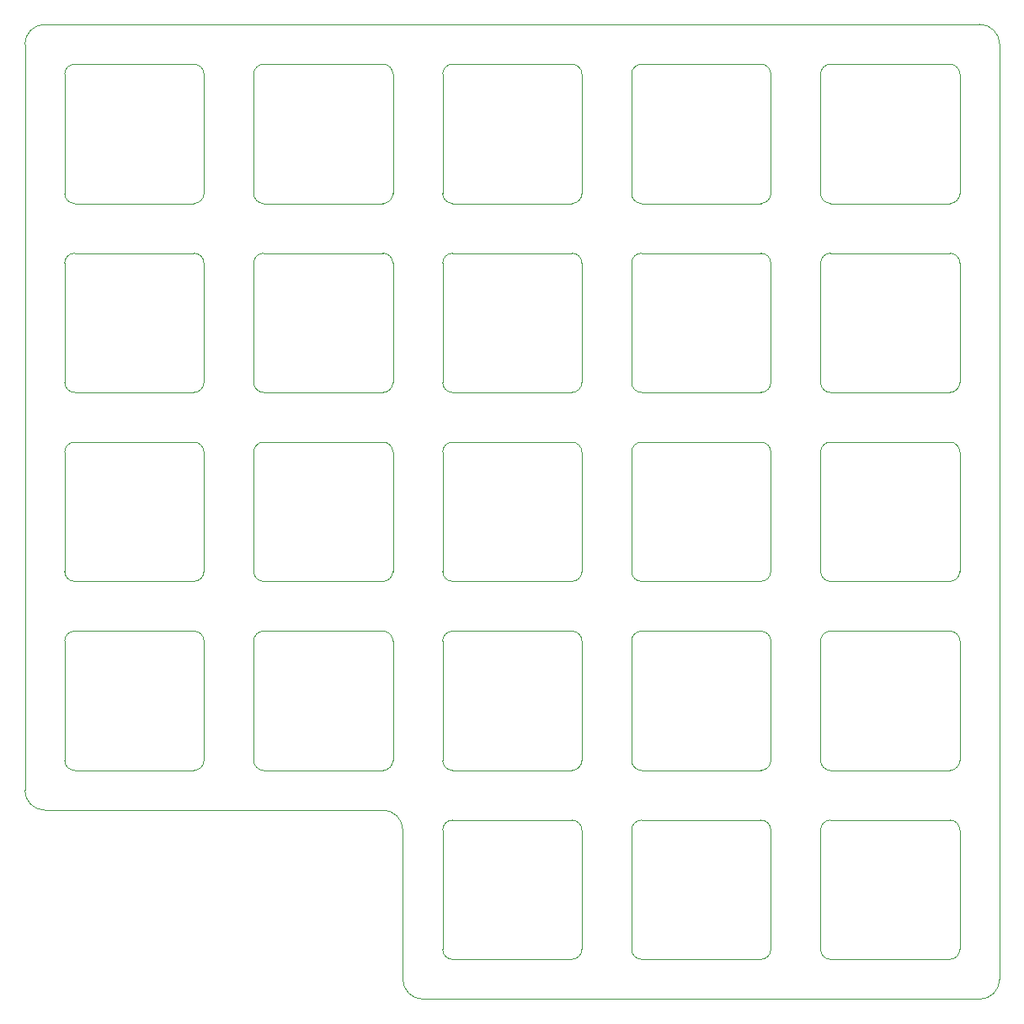
<source format=gbr>
G04 #@! TF.GenerationSoftware,KiCad,Pcbnew,(5.1.10)-1*
G04 #@! TF.CreationDate,2021-08-15T20:32:39-04:00*
G04 #@! TF.ProjectId,plate,706c6174-652e-46b6-9963-61645f706362,rev?*
G04 #@! TF.SameCoordinates,Original*
G04 #@! TF.FileFunction,Profile,NP*
%FSLAX46Y46*%
G04 Gerber Fmt 4.6, Leading zero omitted, Abs format (unit mm)*
G04 Created by KiCad (PCBNEW (5.1.10)-1) date 2021-08-15 20:32:39*
%MOMM*%
%LPD*%
G01*
G04 APERTURE LIST*
G04 #@! TA.AperFunction,Profile*
%ADD10C,0.100000*%
G04 #@! TD*
G04 APERTURE END LIST*
D10*
X80000000Y-122000000D02*
G75*
G02*
X78000000Y-120000000I0J2000000D01*
G01*
X114000000Y-122000000D02*
G75*
G02*
X116000000Y-124000000I0J-2000000D01*
G01*
X118000000Y-141000000D02*
G75*
G02*
X116000000Y-139000000I0J2000000D01*
G01*
X176000000Y-139000000D02*
G75*
G02*
X174000000Y-141000000I-2000000J0D01*
G01*
X174000000Y-43000000D02*
G75*
G02*
X176000000Y-45000000I0J-2000000D01*
G01*
X78000000Y-45000000D02*
G75*
G02*
X80000000Y-43000000I2000000J0D01*
G01*
X159000000Y-137000000D02*
G75*
G02*
X158000000Y-136000000I0J1000000D01*
G01*
X172000000Y-136000000D02*
G75*
G02*
X171000000Y-137000000I-1000000J0D01*
G01*
X171000000Y-137000000D02*
X159000000Y-137000000D01*
X172000000Y-124000000D02*
X172000000Y-136000000D01*
X158000000Y-136000000D02*
X158000000Y-124000000D01*
X158000000Y-124000000D02*
G75*
G02*
X159000000Y-123000000I1000000J0D01*
G01*
X159000000Y-123000000D02*
X171000000Y-123000000D01*
X171000000Y-123000000D02*
G75*
G02*
X172000000Y-124000000I0J-1000000D01*
G01*
X159000000Y-118000000D02*
G75*
G02*
X158000000Y-117000000I0J1000000D01*
G01*
X159000000Y-104000000D02*
X171000000Y-104000000D01*
X171000000Y-118000000D02*
X159000000Y-118000000D01*
X172000000Y-117000000D02*
G75*
G02*
X171000000Y-118000000I-1000000J0D01*
G01*
X158000000Y-105000000D02*
G75*
G02*
X159000000Y-104000000I1000000J0D01*
G01*
X171000000Y-104000000D02*
G75*
G02*
X172000000Y-105000000I0J-1000000D01*
G01*
X158000000Y-117000000D02*
X158000000Y-105000000D01*
X172000000Y-105000000D02*
X172000000Y-117000000D01*
X140000000Y-118000000D02*
G75*
G02*
X139000000Y-117000000I0J1000000D01*
G01*
X140000000Y-104000000D02*
X152000000Y-104000000D01*
X153000000Y-117000000D02*
G75*
G02*
X152000000Y-118000000I-1000000J0D01*
G01*
X139000000Y-105000000D02*
G75*
G02*
X140000000Y-104000000I1000000J0D01*
G01*
X152000000Y-104000000D02*
G75*
G02*
X153000000Y-105000000I0J-1000000D01*
G01*
X139000000Y-117000000D02*
X139000000Y-105000000D01*
X153000000Y-105000000D02*
X153000000Y-117000000D01*
X152000000Y-118000000D02*
X140000000Y-118000000D01*
X140000000Y-137000000D02*
G75*
G02*
X139000000Y-136000000I0J1000000D01*
G01*
X140000000Y-123000000D02*
X152000000Y-123000000D01*
X153000000Y-136000000D02*
G75*
G02*
X152000000Y-137000000I-1000000J0D01*
G01*
X139000000Y-124000000D02*
G75*
G02*
X140000000Y-123000000I1000000J0D01*
G01*
X152000000Y-123000000D02*
G75*
G02*
X153000000Y-124000000I0J-1000000D01*
G01*
X139000000Y-136000000D02*
X139000000Y-124000000D01*
X153000000Y-124000000D02*
X153000000Y-136000000D01*
X152000000Y-137000000D02*
X140000000Y-137000000D01*
X121000000Y-137000000D02*
G75*
G02*
X120000000Y-136000000I0J1000000D01*
G01*
X134000000Y-124000000D02*
X134000000Y-136000000D01*
X121000000Y-123000000D02*
X133000000Y-123000000D01*
X134000000Y-136000000D02*
G75*
G02*
X133000000Y-137000000I-1000000J0D01*
G01*
X133000000Y-123000000D02*
G75*
G02*
X134000000Y-124000000I0J-1000000D01*
G01*
X133000000Y-137000000D02*
X121000000Y-137000000D01*
X120000000Y-136000000D02*
X120000000Y-124000000D01*
X120000000Y-124000000D02*
G75*
G02*
X121000000Y-123000000I1000000J0D01*
G01*
X133000000Y-104000000D02*
G75*
G02*
X134000000Y-105000000I0J-1000000D01*
G01*
X120000000Y-117000000D02*
X120000000Y-105000000D01*
X134000000Y-117000000D02*
G75*
G02*
X133000000Y-118000000I-1000000J0D01*
G01*
X121000000Y-118000000D02*
G75*
G02*
X120000000Y-117000000I0J1000000D01*
G01*
X120000000Y-105000000D02*
G75*
G02*
X121000000Y-104000000I1000000J0D01*
G01*
X134000000Y-105000000D02*
X134000000Y-117000000D01*
X133000000Y-118000000D02*
X121000000Y-118000000D01*
X121000000Y-104000000D02*
X133000000Y-104000000D01*
X115000000Y-117000000D02*
G75*
G02*
X114000000Y-118000000I-1000000J0D01*
G01*
X115000000Y-105000000D02*
X115000000Y-117000000D01*
X101000000Y-117000000D02*
X101000000Y-105000000D01*
X114000000Y-104000000D02*
G75*
G02*
X115000000Y-105000000I0J-1000000D01*
G01*
X101000000Y-105000000D02*
G75*
G02*
X102000000Y-104000000I1000000J0D01*
G01*
X102000000Y-118000000D02*
G75*
G02*
X101000000Y-117000000I0J1000000D01*
G01*
X114000000Y-118000000D02*
X102000000Y-118000000D01*
X102000000Y-104000000D02*
X114000000Y-104000000D01*
X83000000Y-104000000D02*
X95000000Y-104000000D01*
X96000000Y-105000000D02*
X96000000Y-117000000D01*
X95000000Y-104000000D02*
G75*
G02*
X96000000Y-105000000I0J-1000000D01*
G01*
X95000000Y-118000000D02*
X83000000Y-118000000D01*
X96000000Y-117000000D02*
G75*
G02*
X95000000Y-118000000I-1000000J0D01*
G01*
X82000000Y-105000000D02*
G75*
G02*
X83000000Y-104000000I1000000J0D01*
G01*
X82000000Y-117000000D02*
X82000000Y-105000000D01*
X83000000Y-118000000D02*
G75*
G02*
X82000000Y-117000000I0J1000000D01*
G01*
X96000000Y-86000000D02*
X96000000Y-98000000D01*
X82000000Y-98000000D02*
X82000000Y-86000000D01*
X83000000Y-99000000D02*
G75*
G02*
X82000000Y-98000000I0J1000000D01*
G01*
X96000000Y-98000000D02*
G75*
G02*
X95000000Y-99000000I-1000000J0D01*
G01*
X83000000Y-85000000D02*
X95000000Y-85000000D01*
X82000000Y-86000000D02*
G75*
G02*
X83000000Y-85000000I1000000J0D01*
G01*
X95000000Y-99000000D02*
X83000000Y-99000000D01*
X95000000Y-85000000D02*
G75*
G02*
X96000000Y-86000000I0J-1000000D01*
G01*
X115000000Y-86000000D02*
X115000000Y-98000000D01*
X102000000Y-85000000D02*
X114000000Y-85000000D01*
X101000000Y-86000000D02*
G75*
G02*
X102000000Y-85000000I1000000J0D01*
G01*
X115000000Y-98000000D02*
G75*
G02*
X114000000Y-99000000I-1000000J0D01*
G01*
X114000000Y-85000000D02*
G75*
G02*
X115000000Y-86000000I0J-1000000D01*
G01*
X114000000Y-99000000D02*
X102000000Y-99000000D01*
X102000000Y-99000000D02*
G75*
G02*
X101000000Y-98000000I0J1000000D01*
G01*
X101000000Y-98000000D02*
X101000000Y-86000000D01*
X121000000Y-99000000D02*
G75*
G02*
X120000000Y-98000000I0J1000000D01*
G01*
X120000000Y-98000000D02*
X120000000Y-86000000D01*
X134000000Y-86000000D02*
X134000000Y-98000000D01*
X121000000Y-85000000D02*
X133000000Y-85000000D01*
X120000000Y-86000000D02*
G75*
G02*
X121000000Y-85000000I1000000J0D01*
G01*
X134000000Y-98000000D02*
G75*
G02*
X133000000Y-99000000I-1000000J0D01*
G01*
X133000000Y-85000000D02*
G75*
G02*
X134000000Y-86000000I0J-1000000D01*
G01*
X133000000Y-99000000D02*
X121000000Y-99000000D01*
X139000000Y-98000000D02*
X139000000Y-86000000D01*
X153000000Y-86000000D02*
X153000000Y-98000000D01*
X140000000Y-85000000D02*
X152000000Y-85000000D01*
X139000000Y-86000000D02*
G75*
G02*
X140000000Y-85000000I1000000J0D01*
G01*
X153000000Y-98000000D02*
G75*
G02*
X152000000Y-99000000I-1000000J0D01*
G01*
X152000000Y-99000000D02*
X140000000Y-99000000D01*
X140000000Y-99000000D02*
G75*
G02*
X139000000Y-98000000I0J1000000D01*
G01*
X152000000Y-85000000D02*
G75*
G02*
X153000000Y-86000000I0J-1000000D01*
G01*
X172000000Y-98000000D02*
G75*
G02*
X171000000Y-99000000I-1000000J0D01*
G01*
X172000000Y-86000000D02*
X172000000Y-98000000D01*
X159000000Y-85000000D02*
X171000000Y-85000000D01*
X158000000Y-98000000D02*
X158000000Y-86000000D01*
X171000000Y-99000000D02*
X159000000Y-99000000D01*
X159000000Y-99000000D02*
G75*
G02*
X158000000Y-98000000I0J1000000D01*
G01*
X171000000Y-85000000D02*
G75*
G02*
X172000000Y-86000000I0J-1000000D01*
G01*
X158000000Y-86000000D02*
G75*
G02*
X159000000Y-85000000I1000000J0D01*
G01*
X172000000Y-79000000D02*
G75*
G02*
X171000000Y-80000000I-1000000J0D01*
G01*
X158000000Y-67000000D02*
G75*
G02*
X159000000Y-66000000I1000000J0D01*
G01*
X172000000Y-67000000D02*
X172000000Y-79000000D01*
X158000000Y-79000000D02*
X158000000Y-67000000D01*
X171000000Y-66000000D02*
G75*
G02*
X172000000Y-67000000I0J-1000000D01*
G01*
X159000000Y-80000000D02*
G75*
G02*
X158000000Y-79000000I0J1000000D01*
G01*
X171000000Y-80000000D02*
X159000000Y-80000000D01*
X159000000Y-66000000D02*
X171000000Y-66000000D01*
X152000000Y-66000000D02*
G75*
G02*
X153000000Y-67000000I0J-1000000D01*
G01*
X139000000Y-79000000D02*
X139000000Y-67000000D01*
X140000000Y-80000000D02*
G75*
G02*
X139000000Y-79000000I0J1000000D01*
G01*
X153000000Y-79000000D02*
G75*
G02*
X152000000Y-80000000I-1000000J0D01*
G01*
X153000000Y-67000000D02*
X153000000Y-79000000D01*
X139000000Y-67000000D02*
G75*
G02*
X140000000Y-66000000I1000000J0D01*
G01*
X152000000Y-80000000D02*
X140000000Y-80000000D01*
X140000000Y-66000000D02*
X152000000Y-66000000D01*
X121000000Y-66000000D02*
X133000000Y-66000000D01*
X134000000Y-79000000D02*
G75*
G02*
X133000000Y-80000000I-1000000J0D01*
G01*
X121000000Y-80000000D02*
G75*
G02*
X120000000Y-79000000I0J1000000D01*
G01*
X133000000Y-80000000D02*
X121000000Y-80000000D01*
X120000000Y-79000000D02*
X120000000Y-67000000D01*
X120000000Y-67000000D02*
G75*
G02*
X121000000Y-66000000I1000000J0D01*
G01*
X134000000Y-67000000D02*
X134000000Y-79000000D01*
X133000000Y-66000000D02*
G75*
G02*
X134000000Y-67000000I0J-1000000D01*
G01*
X101000000Y-67000000D02*
G75*
G02*
X102000000Y-66000000I1000000J0D01*
G01*
X115000000Y-79000000D02*
G75*
G02*
X114000000Y-80000000I-1000000J0D01*
G01*
X101000000Y-79000000D02*
X101000000Y-67000000D01*
X114000000Y-80000000D02*
X102000000Y-80000000D01*
X102000000Y-66000000D02*
X114000000Y-66000000D01*
X102000000Y-80000000D02*
G75*
G02*
X101000000Y-79000000I0J1000000D01*
G01*
X115000000Y-67000000D02*
X115000000Y-79000000D01*
X114000000Y-66000000D02*
G75*
G02*
X115000000Y-67000000I0J-1000000D01*
G01*
X95000000Y-80000000D02*
X83000000Y-80000000D01*
X83000000Y-80000000D02*
G75*
G02*
X82000000Y-79000000I0J1000000D01*
G01*
X83000000Y-66000000D02*
X95000000Y-66000000D01*
X96000000Y-67000000D02*
X96000000Y-79000000D01*
X82000000Y-67000000D02*
G75*
G02*
X83000000Y-66000000I1000000J0D01*
G01*
X96000000Y-79000000D02*
G75*
G02*
X95000000Y-80000000I-1000000J0D01*
G01*
X95000000Y-66000000D02*
G75*
G02*
X96000000Y-67000000I0J-1000000D01*
G01*
X82000000Y-79000000D02*
X82000000Y-67000000D01*
X171000000Y-61000000D02*
X159000000Y-61000000D01*
X171000000Y-47000000D02*
G75*
G02*
X172000000Y-48000000I0J-1000000D01*
G01*
X158000000Y-60000000D02*
X158000000Y-48000000D01*
X159000000Y-47000000D02*
X171000000Y-47000000D01*
X172000000Y-48000000D02*
X172000000Y-60000000D01*
X158000000Y-48000000D02*
G75*
G02*
X159000000Y-47000000I1000000J0D01*
G01*
X159000000Y-61000000D02*
G75*
G02*
X158000000Y-60000000I0J1000000D01*
G01*
X172000000Y-60000000D02*
G75*
G02*
X171000000Y-61000000I-1000000J0D01*
G01*
X152000000Y-47000000D02*
G75*
G02*
X153000000Y-48000000I0J-1000000D01*
G01*
X152000000Y-61000000D02*
X140000000Y-61000000D01*
X140000000Y-47000000D02*
X152000000Y-47000000D01*
X139000000Y-48000000D02*
G75*
G02*
X140000000Y-47000000I1000000J0D01*
G01*
X153000000Y-48000000D02*
X153000000Y-60000000D01*
X139000000Y-60000000D02*
X139000000Y-48000000D01*
X140000000Y-61000000D02*
G75*
G02*
X139000000Y-60000000I0J1000000D01*
G01*
X153000000Y-60000000D02*
G75*
G02*
X152000000Y-61000000I-1000000J0D01*
G01*
X134000000Y-48000000D02*
X134000000Y-60000000D01*
X133000000Y-47000000D02*
G75*
G02*
X134000000Y-48000000I0J-1000000D01*
G01*
X120000000Y-48000000D02*
G75*
G02*
X121000000Y-47000000I1000000J0D01*
G01*
X120000000Y-60000000D02*
X120000000Y-48000000D01*
X121000000Y-47000000D02*
X133000000Y-47000000D01*
X121000000Y-61000000D02*
G75*
G02*
X120000000Y-60000000I0J1000000D01*
G01*
X134000000Y-60000000D02*
G75*
G02*
X133000000Y-61000000I-1000000J0D01*
G01*
X133000000Y-61000000D02*
X121000000Y-61000000D01*
X102000000Y-61000000D02*
G75*
G02*
X101000000Y-60000000I0J1000000D01*
G01*
X115000000Y-60000000D02*
G75*
G02*
X114000000Y-61000000I-1000000J0D01*
G01*
X101000000Y-48000000D02*
G75*
G02*
X102000000Y-47000000I1000000J0D01*
G01*
X114000000Y-47000000D02*
G75*
G02*
X115000000Y-48000000I0J-1000000D01*
G01*
X114000000Y-61000000D02*
X102000000Y-61000000D01*
X115000000Y-48000000D02*
X115000000Y-60000000D01*
X102000000Y-47000000D02*
X114000000Y-47000000D01*
X101000000Y-60000000D02*
X101000000Y-48000000D01*
X95000000Y-47000000D02*
G75*
G02*
X96000000Y-48000000I0J-1000000D01*
G01*
X96000000Y-60000000D02*
G75*
G02*
X95000000Y-61000000I-1000000J0D01*
G01*
X83000000Y-61000000D02*
G75*
G02*
X82000000Y-60000000I0J1000000D01*
G01*
X82000000Y-48000000D02*
G75*
G02*
X83000000Y-47000000I1000000J0D01*
G01*
X82000000Y-60000000D02*
X82000000Y-48000000D01*
X95000000Y-61000000D02*
X83000000Y-61000000D01*
X96000000Y-48000000D02*
X96000000Y-60000000D01*
X83000000Y-47000000D02*
X95000000Y-47000000D01*
X116000000Y-124000000D02*
X116000000Y-139000000D01*
X80000000Y-122000000D02*
X114000000Y-122000000D01*
X118000000Y-141000000D02*
X174000000Y-141000000D01*
X176000000Y-45000000D02*
X176000000Y-139000000D01*
X78000000Y-45000000D02*
X78000000Y-120000000D01*
X80000000Y-43000000D02*
X174000000Y-43000000D01*
M02*

</source>
